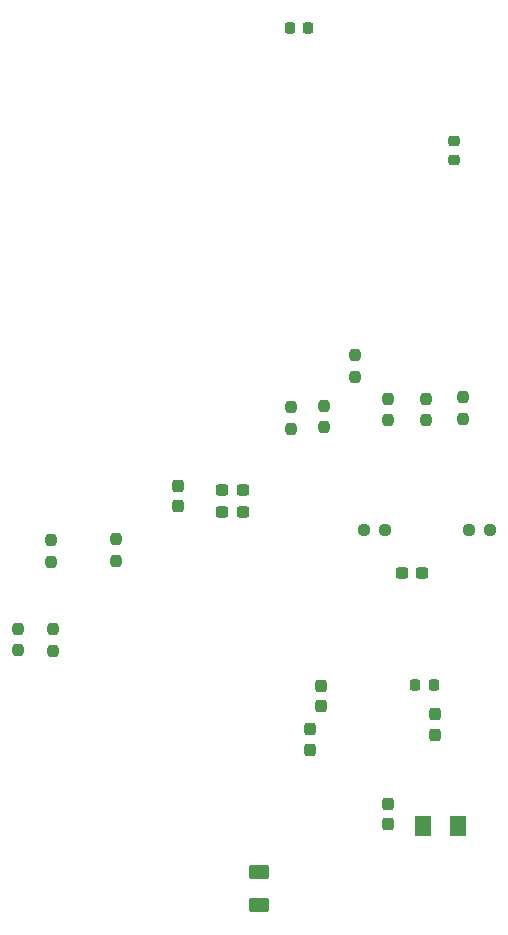
<source format=gbr>
%TF.GenerationSoftware,KiCad,Pcbnew,9.0.0*%
%TF.CreationDate,2025-03-23T00:24:25-05:00*%
%TF.ProjectId,WaterBlasterV2,57617465-7242-46c6-9173-74657256322e,rev?*%
%TF.SameCoordinates,Original*%
%TF.FileFunction,Paste,Bot*%
%TF.FilePolarity,Positive*%
%FSLAX46Y46*%
G04 Gerber Fmt 4.6, Leading zero omitted, Abs format (unit mm)*
G04 Created by KiCad (PCBNEW 9.0.0) date 2025-03-23 00:24:25*
%MOMM*%
%LPD*%
G01*
G04 APERTURE LIST*
G04 Aperture macros list*
%AMRoundRect*
0 Rectangle with rounded corners*
0 $1 Rounding radius*
0 $2 $3 $4 $5 $6 $7 $8 $9 X,Y pos of 4 corners*
0 Add a 4 corners polygon primitive as box body*
4,1,4,$2,$3,$4,$5,$6,$7,$8,$9,$2,$3,0*
0 Add four circle primitives for the rounded corners*
1,1,$1+$1,$2,$3*
1,1,$1+$1,$4,$5*
1,1,$1+$1,$6,$7*
1,1,$1+$1,$8,$9*
0 Add four rect primitives between the rounded corners*
20,1,$1+$1,$2,$3,$4,$5,0*
20,1,$1+$1,$4,$5,$6,$7,0*
20,1,$1+$1,$6,$7,$8,$9,0*
20,1,$1+$1,$8,$9,$2,$3,0*%
G04 Aperture macros list end*
%ADD10RoundRect,0.237500X-0.237500X0.300000X-0.237500X-0.300000X0.237500X-0.300000X0.237500X0.300000X0*%
%ADD11RoundRect,0.218750X-0.218750X-0.256250X0.218750X-0.256250X0.218750X0.256250X-0.218750X0.256250X0*%
%ADD12RoundRect,0.237500X0.300000X0.237500X-0.300000X0.237500X-0.300000X-0.237500X0.300000X-0.237500X0*%
%ADD13RoundRect,0.250000X0.625000X-0.375000X0.625000X0.375000X-0.625000X0.375000X-0.625000X-0.375000X0*%
%ADD14RoundRect,0.250001X-0.462499X-0.624999X0.462499X-0.624999X0.462499X0.624999X-0.462499X0.624999X0*%
%ADD15RoundRect,0.237500X-0.300000X-0.237500X0.300000X-0.237500X0.300000X0.237500X-0.300000X0.237500X0*%
%ADD16RoundRect,0.218750X-0.256250X0.218750X-0.256250X-0.218750X0.256250X-0.218750X0.256250X0.218750X0*%
%ADD17RoundRect,0.237500X0.237500X-0.300000X0.237500X0.300000X-0.237500X0.300000X-0.237500X-0.300000X0*%
%ADD18RoundRect,0.218750X0.218750X0.256250X-0.218750X0.256250X-0.218750X-0.256250X0.218750X-0.256250X0*%
%ADD19RoundRect,0.237500X0.250000X0.237500X-0.250000X0.237500X-0.250000X-0.237500X0.250000X-0.237500X0*%
%ADD20RoundRect,0.237500X0.237500X-0.250000X0.237500X0.250000X-0.237500X0.250000X-0.237500X-0.250000X0*%
%ADD21RoundRect,0.237500X-0.237500X0.250000X-0.237500X-0.250000X0.237500X-0.250000X0.237500X0.250000X0*%
G04 APERTURE END LIST*
D10*
%TO.C,C3*%
X136930000Y-116442500D03*
X136930000Y-114717500D03*
%TD*%
D11*
%TO.C,F2*%
X136827500Y-112280000D03*
X135252500Y-112280000D03*
%TD*%
D12*
%TO.C,C5*%
X134107500Y-102770000D03*
X135832500Y-102770000D03*
%TD*%
D13*
%TO.C,F1*%
X122000000Y-128100000D03*
X122000000Y-130900000D03*
%TD*%
D14*
%TO.C,F3*%
X138887500Y-124200000D03*
X135912500Y-124200000D03*
%TD*%
D15*
%TO.C,C7*%
X120662500Y-97600000D03*
X118937500Y-97600000D03*
%TD*%
D16*
%TO.C,F5*%
X138500000Y-66200000D03*
X138500000Y-67775000D03*
%TD*%
D15*
%TO.C,C8*%
X118937500Y-95700000D03*
X120662500Y-95700000D03*
%TD*%
D10*
%TO.C,C1*%
X132920000Y-122327500D03*
X132920000Y-124052500D03*
%TD*%
D17*
%TO.C,C2*%
X126350000Y-117712500D03*
X126350000Y-115987500D03*
%TD*%
D10*
%TO.C,C4*%
X127240000Y-112337500D03*
X127240000Y-114062500D03*
%TD*%
%TO.C,C6*%
X115189000Y-95403500D03*
X115189000Y-97128500D03*
%TD*%
D18*
%TO.C,F4*%
X126187500Y-56600000D03*
X124612500Y-56600000D03*
%TD*%
D19*
%TO.C,R7*%
X132712500Y-99100000D03*
X130887500Y-99100000D03*
%TD*%
D20*
%TO.C,R8*%
X109900000Y-101712500D03*
X109900000Y-99887500D03*
%TD*%
D19*
%TO.C,R9*%
X141612500Y-99100000D03*
X139787500Y-99100000D03*
%TD*%
D20*
%TO.C,R10*%
X104400000Y-101812500D03*
X104400000Y-99987500D03*
%TD*%
D21*
%TO.C,R11*%
X104600000Y-107500000D03*
X104600000Y-109325000D03*
%TD*%
D20*
%TO.C,R12*%
X101600000Y-109312500D03*
X101600000Y-107487500D03*
%TD*%
D21*
%TO.C,R6*%
X132969000Y-87987500D03*
X132969000Y-89812500D03*
%TD*%
D20*
%TO.C,R3*%
X130175000Y-86129500D03*
X130175000Y-84304500D03*
%TD*%
%TO.C,R2*%
X124714000Y-90551000D03*
X124714000Y-88726000D03*
%TD*%
D21*
%TO.C,R5*%
X136144000Y-87987500D03*
X136144000Y-89812500D03*
%TD*%
%TO.C,R4*%
X139319000Y-87860500D03*
X139319000Y-89685500D03*
%TD*%
D20*
%TO.C,R1*%
X127508000Y-90424000D03*
X127508000Y-88599000D03*
%TD*%
M02*

</source>
